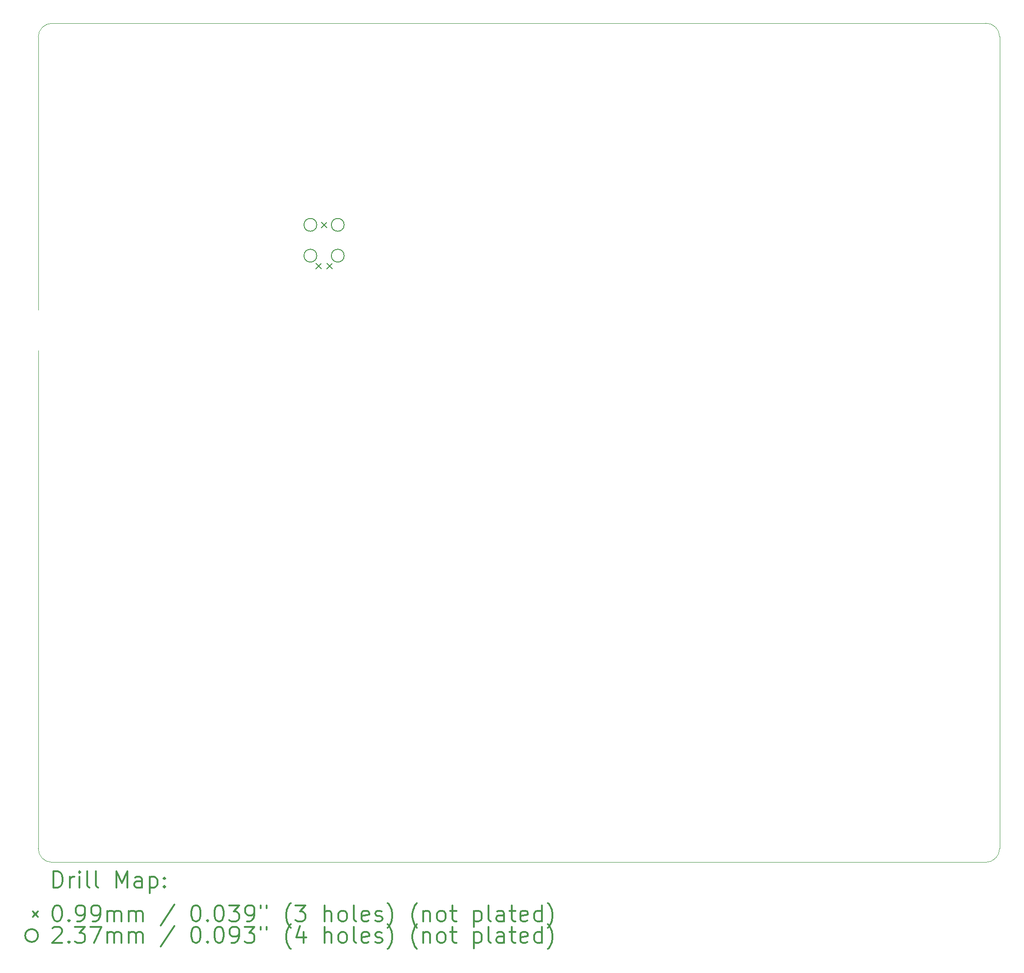
<source format=gbr>
%FSLAX45Y45*%
G04 Gerber Fmt 4.5, Leading zero omitted, Abs format (unit mm)*
G04 Created by KiCad (PCBNEW (5.1.9)-1) date 2021-06-08 08:06:19*
%MOMM*%
%LPD*%
G01*
G04 APERTURE LIST*
%TA.AperFunction,Profile*%
%ADD10C,0.038100*%
%TD*%
%TA.AperFunction,Profile*%
%ADD11C,0.050000*%
%TD*%
%ADD12C,0.200000*%
%ADD13C,0.300000*%
G04 APERTURE END LIST*
D10*
X6949440Y-22678390D02*
G75*
G03*
X7203440Y-22932390I254000J0D01*
G01*
X24521160Y-22932390D02*
G75*
G03*
X24777700Y-22675850I0J256540D01*
G01*
X24777659Y-7613530D02*
G75*
G03*
X24521160Y-7364730I-253959J-5200D01*
G01*
X7206100Y-7367284D02*
G75*
G03*
X6949440Y-7621270I-2660J-253986D01*
G01*
D11*
X6949440Y-13436600D02*
X6949440Y-22678390D01*
D10*
X6949440Y-13436600D02*
X6949220Y-13434410D01*
D11*
X6949220Y-12684410D02*
X6949440Y-7621270D01*
X24521160Y-22932390D02*
X7203440Y-22932390D01*
X24777659Y-7613530D02*
X24777713Y-22675850D01*
X7206100Y-7367284D02*
X24521160Y-7364730D01*
D12*
X12098120Y-11818620D02*
X12197180Y-11917680D01*
X12197180Y-11818620D02*
X12098120Y-11917680D01*
X12199620Y-11056620D02*
X12298680Y-11155680D01*
X12298680Y-11056620D02*
X12199620Y-11155680D01*
X12301120Y-11818620D02*
X12400180Y-11917680D01*
X12400180Y-11818620D02*
X12301120Y-11917680D01*
X12113895Y-11106150D02*
G75*
G03*
X12113895Y-11106150I-118745J0D01*
G01*
X12113895Y-11677650D02*
G75*
G03*
X12113895Y-11677650I-118745J0D01*
G01*
X12621895Y-11106150D02*
G75*
G03*
X12621895Y-11106150I-118745J0D01*
G01*
X12621895Y-11677650D02*
G75*
G03*
X12621895Y-11677650I-118745J0D01*
G01*
D13*
X7230648Y-23400604D02*
X7230648Y-23100604D01*
X7302077Y-23100604D01*
X7344934Y-23114890D01*
X7373506Y-23143461D01*
X7387791Y-23172033D01*
X7402077Y-23229176D01*
X7402077Y-23272033D01*
X7387791Y-23329176D01*
X7373506Y-23357747D01*
X7344934Y-23386319D01*
X7302077Y-23400604D01*
X7230648Y-23400604D01*
X7530648Y-23400604D02*
X7530648Y-23200604D01*
X7530648Y-23257747D02*
X7544934Y-23229176D01*
X7559220Y-23214890D01*
X7587791Y-23200604D01*
X7616363Y-23200604D01*
X7716363Y-23400604D02*
X7716363Y-23200604D01*
X7716363Y-23100604D02*
X7702077Y-23114890D01*
X7716363Y-23129176D01*
X7730648Y-23114890D01*
X7716363Y-23100604D01*
X7716363Y-23129176D01*
X7902077Y-23400604D02*
X7873506Y-23386319D01*
X7859220Y-23357747D01*
X7859220Y-23100604D01*
X8059220Y-23400604D02*
X8030648Y-23386319D01*
X8016363Y-23357747D01*
X8016363Y-23100604D01*
X8402077Y-23400604D02*
X8402077Y-23100604D01*
X8502077Y-23314890D01*
X8602077Y-23100604D01*
X8602077Y-23400604D01*
X8873506Y-23400604D02*
X8873506Y-23243461D01*
X8859220Y-23214890D01*
X8830648Y-23200604D01*
X8773506Y-23200604D01*
X8744934Y-23214890D01*
X8873506Y-23386319D02*
X8844934Y-23400604D01*
X8773506Y-23400604D01*
X8744934Y-23386319D01*
X8730648Y-23357747D01*
X8730648Y-23329176D01*
X8744934Y-23300604D01*
X8773506Y-23286319D01*
X8844934Y-23286319D01*
X8873506Y-23272033D01*
X9016363Y-23200604D02*
X9016363Y-23500604D01*
X9016363Y-23214890D02*
X9044934Y-23200604D01*
X9102077Y-23200604D01*
X9130648Y-23214890D01*
X9144934Y-23229176D01*
X9159220Y-23257747D01*
X9159220Y-23343461D01*
X9144934Y-23372033D01*
X9130648Y-23386319D01*
X9102077Y-23400604D01*
X9044934Y-23400604D01*
X9016363Y-23386319D01*
X9287791Y-23372033D02*
X9302077Y-23386319D01*
X9287791Y-23400604D01*
X9273506Y-23386319D01*
X9287791Y-23372033D01*
X9287791Y-23400604D01*
X9287791Y-23214890D02*
X9302077Y-23229176D01*
X9287791Y-23243461D01*
X9273506Y-23229176D01*
X9287791Y-23214890D01*
X9287791Y-23243461D01*
X6845160Y-23845360D02*
X6944220Y-23944420D01*
X6944220Y-23845360D02*
X6845160Y-23944420D01*
X7287791Y-23730604D02*
X7316363Y-23730604D01*
X7344934Y-23744890D01*
X7359220Y-23759176D01*
X7373506Y-23787747D01*
X7387791Y-23844890D01*
X7387791Y-23916319D01*
X7373506Y-23973461D01*
X7359220Y-24002033D01*
X7344934Y-24016319D01*
X7316363Y-24030604D01*
X7287791Y-24030604D01*
X7259220Y-24016319D01*
X7244934Y-24002033D01*
X7230648Y-23973461D01*
X7216363Y-23916319D01*
X7216363Y-23844890D01*
X7230648Y-23787747D01*
X7244934Y-23759176D01*
X7259220Y-23744890D01*
X7287791Y-23730604D01*
X7516363Y-24002033D02*
X7530648Y-24016319D01*
X7516363Y-24030604D01*
X7502077Y-24016319D01*
X7516363Y-24002033D01*
X7516363Y-24030604D01*
X7673506Y-24030604D02*
X7730648Y-24030604D01*
X7759220Y-24016319D01*
X7773506Y-24002033D01*
X7802077Y-23959176D01*
X7816363Y-23902033D01*
X7816363Y-23787747D01*
X7802077Y-23759176D01*
X7787791Y-23744890D01*
X7759220Y-23730604D01*
X7702077Y-23730604D01*
X7673506Y-23744890D01*
X7659220Y-23759176D01*
X7644934Y-23787747D01*
X7644934Y-23859176D01*
X7659220Y-23887747D01*
X7673506Y-23902033D01*
X7702077Y-23916319D01*
X7759220Y-23916319D01*
X7787791Y-23902033D01*
X7802077Y-23887747D01*
X7816363Y-23859176D01*
X7959220Y-24030604D02*
X8016363Y-24030604D01*
X8044934Y-24016319D01*
X8059220Y-24002033D01*
X8087791Y-23959176D01*
X8102077Y-23902033D01*
X8102077Y-23787747D01*
X8087791Y-23759176D01*
X8073506Y-23744890D01*
X8044934Y-23730604D01*
X7987791Y-23730604D01*
X7959220Y-23744890D01*
X7944934Y-23759176D01*
X7930648Y-23787747D01*
X7930648Y-23859176D01*
X7944934Y-23887747D01*
X7959220Y-23902033D01*
X7987791Y-23916319D01*
X8044934Y-23916319D01*
X8073506Y-23902033D01*
X8087791Y-23887747D01*
X8102077Y-23859176D01*
X8230648Y-24030604D02*
X8230648Y-23830604D01*
X8230648Y-23859176D02*
X8244934Y-23844890D01*
X8273506Y-23830604D01*
X8316363Y-23830604D01*
X8344934Y-23844890D01*
X8359220Y-23873461D01*
X8359220Y-24030604D01*
X8359220Y-23873461D02*
X8373506Y-23844890D01*
X8402077Y-23830604D01*
X8444934Y-23830604D01*
X8473506Y-23844890D01*
X8487791Y-23873461D01*
X8487791Y-24030604D01*
X8630648Y-24030604D02*
X8630648Y-23830604D01*
X8630648Y-23859176D02*
X8644934Y-23844890D01*
X8673506Y-23830604D01*
X8716363Y-23830604D01*
X8744934Y-23844890D01*
X8759220Y-23873461D01*
X8759220Y-24030604D01*
X8759220Y-23873461D02*
X8773506Y-23844890D01*
X8802077Y-23830604D01*
X8844934Y-23830604D01*
X8873506Y-23844890D01*
X8887791Y-23873461D01*
X8887791Y-24030604D01*
X9473506Y-23716319D02*
X9216363Y-24102033D01*
X9859220Y-23730604D02*
X9887791Y-23730604D01*
X9916363Y-23744890D01*
X9930648Y-23759176D01*
X9944934Y-23787747D01*
X9959220Y-23844890D01*
X9959220Y-23916319D01*
X9944934Y-23973461D01*
X9930648Y-24002033D01*
X9916363Y-24016319D01*
X9887791Y-24030604D01*
X9859220Y-24030604D01*
X9830648Y-24016319D01*
X9816363Y-24002033D01*
X9802077Y-23973461D01*
X9787791Y-23916319D01*
X9787791Y-23844890D01*
X9802077Y-23787747D01*
X9816363Y-23759176D01*
X9830648Y-23744890D01*
X9859220Y-23730604D01*
X10087791Y-24002033D02*
X10102077Y-24016319D01*
X10087791Y-24030604D01*
X10073506Y-24016319D01*
X10087791Y-24002033D01*
X10087791Y-24030604D01*
X10287791Y-23730604D02*
X10316363Y-23730604D01*
X10344934Y-23744890D01*
X10359220Y-23759176D01*
X10373506Y-23787747D01*
X10387791Y-23844890D01*
X10387791Y-23916319D01*
X10373506Y-23973461D01*
X10359220Y-24002033D01*
X10344934Y-24016319D01*
X10316363Y-24030604D01*
X10287791Y-24030604D01*
X10259220Y-24016319D01*
X10244934Y-24002033D01*
X10230648Y-23973461D01*
X10216363Y-23916319D01*
X10216363Y-23844890D01*
X10230648Y-23787747D01*
X10244934Y-23759176D01*
X10259220Y-23744890D01*
X10287791Y-23730604D01*
X10487791Y-23730604D02*
X10673506Y-23730604D01*
X10573506Y-23844890D01*
X10616363Y-23844890D01*
X10644934Y-23859176D01*
X10659220Y-23873461D01*
X10673506Y-23902033D01*
X10673506Y-23973461D01*
X10659220Y-24002033D01*
X10644934Y-24016319D01*
X10616363Y-24030604D01*
X10530648Y-24030604D01*
X10502077Y-24016319D01*
X10487791Y-24002033D01*
X10816363Y-24030604D02*
X10873506Y-24030604D01*
X10902077Y-24016319D01*
X10916363Y-24002033D01*
X10944934Y-23959176D01*
X10959220Y-23902033D01*
X10959220Y-23787747D01*
X10944934Y-23759176D01*
X10930648Y-23744890D01*
X10902077Y-23730604D01*
X10844934Y-23730604D01*
X10816363Y-23744890D01*
X10802077Y-23759176D01*
X10787791Y-23787747D01*
X10787791Y-23859176D01*
X10802077Y-23887747D01*
X10816363Y-23902033D01*
X10844934Y-23916319D01*
X10902077Y-23916319D01*
X10930648Y-23902033D01*
X10944934Y-23887747D01*
X10959220Y-23859176D01*
X11073506Y-23730604D02*
X11073506Y-23787747D01*
X11187791Y-23730604D02*
X11187791Y-23787747D01*
X11630648Y-24144890D02*
X11616363Y-24130604D01*
X11587791Y-24087747D01*
X11573506Y-24059176D01*
X11559220Y-24016319D01*
X11544934Y-23944890D01*
X11544934Y-23887747D01*
X11559220Y-23816319D01*
X11573506Y-23773461D01*
X11587791Y-23744890D01*
X11616363Y-23702033D01*
X11630648Y-23687747D01*
X11716363Y-23730604D02*
X11902077Y-23730604D01*
X11802077Y-23844890D01*
X11844934Y-23844890D01*
X11873506Y-23859176D01*
X11887791Y-23873461D01*
X11902077Y-23902033D01*
X11902077Y-23973461D01*
X11887791Y-24002033D01*
X11873506Y-24016319D01*
X11844934Y-24030604D01*
X11759220Y-24030604D01*
X11730648Y-24016319D01*
X11716363Y-24002033D01*
X12259220Y-24030604D02*
X12259220Y-23730604D01*
X12387791Y-24030604D02*
X12387791Y-23873461D01*
X12373506Y-23844890D01*
X12344934Y-23830604D01*
X12302077Y-23830604D01*
X12273506Y-23844890D01*
X12259220Y-23859176D01*
X12573506Y-24030604D02*
X12544934Y-24016319D01*
X12530648Y-24002033D01*
X12516363Y-23973461D01*
X12516363Y-23887747D01*
X12530648Y-23859176D01*
X12544934Y-23844890D01*
X12573506Y-23830604D01*
X12616363Y-23830604D01*
X12644934Y-23844890D01*
X12659220Y-23859176D01*
X12673506Y-23887747D01*
X12673506Y-23973461D01*
X12659220Y-24002033D01*
X12644934Y-24016319D01*
X12616363Y-24030604D01*
X12573506Y-24030604D01*
X12844934Y-24030604D02*
X12816363Y-24016319D01*
X12802077Y-23987747D01*
X12802077Y-23730604D01*
X13073506Y-24016319D02*
X13044934Y-24030604D01*
X12987791Y-24030604D01*
X12959220Y-24016319D01*
X12944934Y-23987747D01*
X12944934Y-23873461D01*
X12959220Y-23844890D01*
X12987791Y-23830604D01*
X13044934Y-23830604D01*
X13073506Y-23844890D01*
X13087791Y-23873461D01*
X13087791Y-23902033D01*
X12944934Y-23930604D01*
X13202077Y-24016319D02*
X13230648Y-24030604D01*
X13287791Y-24030604D01*
X13316363Y-24016319D01*
X13330648Y-23987747D01*
X13330648Y-23973461D01*
X13316363Y-23944890D01*
X13287791Y-23930604D01*
X13244934Y-23930604D01*
X13216363Y-23916319D01*
X13202077Y-23887747D01*
X13202077Y-23873461D01*
X13216363Y-23844890D01*
X13244934Y-23830604D01*
X13287791Y-23830604D01*
X13316363Y-23844890D01*
X13430648Y-24144890D02*
X13444934Y-24130604D01*
X13473506Y-24087747D01*
X13487791Y-24059176D01*
X13502077Y-24016319D01*
X13516363Y-23944890D01*
X13516363Y-23887747D01*
X13502077Y-23816319D01*
X13487791Y-23773461D01*
X13473506Y-23744890D01*
X13444934Y-23702033D01*
X13430648Y-23687747D01*
X13973506Y-24144890D02*
X13959220Y-24130604D01*
X13930648Y-24087747D01*
X13916363Y-24059176D01*
X13902077Y-24016319D01*
X13887791Y-23944890D01*
X13887791Y-23887747D01*
X13902077Y-23816319D01*
X13916363Y-23773461D01*
X13930648Y-23744890D01*
X13959220Y-23702033D01*
X13973506Y-23687747D01*
X14087791Y-23830604D02*
X14087791Y-24030604D01*
X14087791Y-23859176D02*
X14102077Y-23844890D01*
X14130648Y-23830604D01*
X14173506Y-23830604D01*
X14202077Y-23844890D01*
X14216363Y-23873461D01*
X14216363Y-24030604D01*
X14402077Y-24030604D02*
X14373506Y-24016319D01*
X14359220Y-24002033D01*
X14344934Y-23973461D01*
X14344934Y-23887747D01*
X14359220Y-23859176D01*
X14373506Y-23844890D01*
X14402077Y-23830604D01*
X14444934Y-23830604D01*
X14473506Y-23844890D01*
X14487791Y-23859176D01*
X14502077Y-23887747D01*
X14502077Y-23973461D01*
X14487791Y-24002033D01*
X14473506Y-24016319D01*
X14444934Y-24030604D01*
X14402077Y-24030604D01*
X14587791Y-23830604D02*
X14702077Y-23830604D01*
X14630648Y-23730604D02*
X14630648Y-23987747D01*
X14644934Y-24016319D01*
X14673506Y-24030604D01*
X14702077Y-24030604D01*
X15030648Y-23830604D02*
X15030648Y-24130604D01*
X15030648Y-23844890D02*
X15059220Y-23830604D01*
X15116363Y-23830604D01*
X15144934Y-23844890D01*
X15159220Y-23859176D01*
X15173506Y-23887747D01*
X15173506Y-23973461D01*
X15159220Y-24002033D01*
X15144934Y-24016319D01*
X15116363Y-24030604D01*
X15059220Y-24030604D01*
X15030648Y-24016319D01*
X15344934Y-24030604D02*
X15316363Y-24016319D01*
X15302077Y-23987747D01*
X15302077Y-23730604D01*
X15587791Y-24030604D02*
X15587791Y-23873461D01*
X15573506Y-23844890D01*
X15544934Y-23830604D01*
X15487791Y-23830604D01*
X15459220Y-23844890D01*
X15587791Y-24016319D02*
X15559220Y-24030604D01*
X15487791Y-24030604D01*
X15459220Y-24016319D01*
X15444934Y-23987747D01*
X15444934Y-23959176D01*
X15459220Y-23930604D01*
X15487791Y-23916319D01*
X15559220Y-23916319D01*
X15587791Y-23902033D01*
X15687791Y-23830604D02*
X15802077Y-23830604D01*
X15730648Y-23730604D02*
X15730648Y-23987747D01*
X15744934Y-24016319D01*
X15773506Y-24030604D01*
X15802077Y-24030604D01*
X16016363Y-24016319D02*
X15987791Y-24030604D01*
X15930648Y-24030604D01*
X15902077Y-24016319D01*
X15887791Y-23987747D01*
X15887791Y-23873461D01*
X15902077Y-23844890D01*
X15930648Y-23830604D01*
X15987791Y-23830604D01*
X16016363Y-23844890D01*
X16030648Y-23873461D01*
X16030648Y-23902033D01*
X15887791Y-23930604D01*
X16287791Y-24030604D02*
X16287791Y-23730604D01*
X16287791Y-24016319D02*
X16259220Y-24030604D01*
X16202077Y-24030604D01*
X16173506Y-24016319D01*
X16159220Y-24002033D01*
X16144934Y-23973461D01*
X16144934Y-23887747D01*
X16159220Y-23859176D01*
X16173506Y-23844890D01*
X16202077Y-23830604D01*
X16259220Y-23830604D01*
X16287791Y-23844890D01*
X16402077Y-24144890D02*
X16416363Y-24130604D01*
X16444934Y-24087747D01*
X16459220Y-24059176D01*
X16473506Y-24016319D01*
X16487791Y-23944890D01*
X16487791Y-23887747D01*
X16473506Y-23816319D01*
X16459220Y-23773461D01*
X16444934Y-23744890D01*
X16416363Y-23702033D01*
X16402077Y-23687747D01*
X6944220Y-24290890D02*
G75*
G03*
X6944220Y-24290890I-118745J0D01*
G01*
X7216363Y-24155176D02*
X7230648Y-24140890D01*
X7259220Y-24126604D01*
X7330648Y-24126604D01*
X7359220Y-24140890D01*
X7373506Y-24155176D01*
X7387791Y-24183747D01*
X7387791Y-24212319D01*
X7373506Y-24255176D01*
X7202077Y-24426604D01*
X7387791Y-24426604D01*
X7516363Y-24398033D02*
X7530648Y-24412319D01*
X7516363Y-24426604D01*
X7502077Y-24412319D01*
X7516363Y-24398033D01*
X7516363Y-24426604D01*
X7630648Y-24126604D02*
X7816363Y-24126604D01*
X7716363Y-24240890D01*
X7759220Y-24240890D01*
X7787791Y-24255176D01*
X7802077Y-24269461D01*
X7816363Y-24298033D01*
X7816363Y-24369461D01*
X7802077Y-24398033D01*
X7787791Y-24412319D01*
X7759220Y-24426604D01*
X7673506Y-24426604D01*
X7644934Y-24412319D01*
X7630648Y-24398033D01*
X7916363Y-24126604D02*
X8116363Y-24126604D01*
X7987791Y-24426604D01*
X8230648Y-24426604D02*
X8230648Y-24226604D01*
X8230648Y-24255176D02*
X8244934Y-24240890D01*
X8273506Y-24226604D01*
X8316363Y-24226604D01*
X8344934Y-24240890D01*
X8359220Y-24269461D01*
X8359220Y-24426604D01*
X8359220Y-24269461D02*
X8373506Y-24240890D01*
X8402077Y-24226604D01*
X8444934Y-24226604D01*
X8473506Y-24240890D01*
X8487791Y-24269461D01*
X8487791Y-24426604D01*
X8630648Y-24426604D02*
X8630648Y-24226604D01*
X8630648Y-24255176D02*
X8644934Y-24240890D01*
X8673506Y-24226604D01*
X8716363Y-24226604D01*
X8744934Y-24240890D01*
X8759220Y-24269461D01*
X8759220Y-24426604D01*
X8759220Y-24269461D02*
X8773506Y-24240890D01*
X8802077Y-24226604D01*
X8844934Y-24226604D01*
X8873506Y-24240890D01*
X8887791Y-24269461D01*
X8887791Y-24426604D01*
X9473506Y-24112319D02*
X9216363Y-24498033D01*
X9859220Y-24126604D02*
X9887791Y-24126604D01*
X9916363Y-24140890D01*
X9930648Y-24155176D01*
X9944934Y-24183747D01*
X9959220Y-24240890D01*
X9959220Y-24312319D01*
X9944934Y-24369461D01*
X9930648Y-24398033D01*
X9916363Y-24412319D01*
X9887791Y-24426604D01*
X9859220Y-24426604D01*
X9830648Y-24412319D01*
X9816363Y-24398033D01*
X9802077Y-24369461D01*
X9787791Y-24312319D01*
X9787791Y-24240890D01*
X9802077Y-24183747D01*
X9816363Y-24155176D01*
X9830648Y-24140890D01*
X9859220Y-24126604D01*
X10087791Y-24398033D02*
X10102077Y-24412319D01*
X10087791Y-24426604D01*
X10073506Y-24412319D01*
X10087791Y-24398033D01*
X10087791Y-24426604D01*
X10287791Y-24126604D02*
X10316363Y-24126604D01*
X10344934Y-24140890D01*
X10359220Y-24155176D01*
X10373506Y-24183747D01*
X10387791Y-24240890D01*
X10387791Y-24312319D01*
X10373506Y-24369461D01*
X10359220Y-24398033D01*
X10344934Y-24412319D01*
X10316363Y-24426604D01*
X10287791Y-24426604D01*
X10259220Y-24412319D01*
X10244934Y-24398033D01*
X10230648Y-24369461D01*
X10216363Y-24312319D01*
X10216363Y-24240890D01*
X10230648Y-24183747D01*
X10244934Y-24155176D01*
X10259220Y-24140890D01*
X10287791Y-24126604D01*
X10530648Y-24426604D02*
X10587791Y-24426604D01*
X10616363Y-24412319D01*
X10630648Y-24398033D01*
X10659220Y-24355176D01*
X10673506Y-24298033D01*
X10673506Y-24183747D01*
X10659220Y-24155176D01*
X10644934Y-24140890D01*
X10616363Y-24126604D01*
X10559220Y-24126604D01*
X10530648Y-24140890D01*
X10516363Y-24155176D01*
X10502077Y-24183747D01*
X10502077Y-24255176D01*
X10516363Y-24283747D01*
X10530648Y-24298033D01*
X10559220Y-24312319D01*
X10616363Y-24312319D01*
X10644934Y-24298033D01*
X10659220Y-24283747D01*
X10673506Y-24255176D01*
X10773506Y-24126604D02*
X10959220Y-24126604D01*
X10859220Y-24240890D01*
X10902077Y-24240890D01*
X10930648Y-24255176D01*
X10944934Y-24269461D01*
X10959220Y-24298033D01*
X10959220Y-24369461D01*
X10944934Y-24398033D01*
X10930648Y-24412319D01*
X10902077Y-24426604D01*
X10816363Y-24426604D01*
X10787791Y-24412319D01*
X10773506Y-24398033D01*
X11073506Y-24126604D02*
X11073506Y-24183747D01*
X11187791Y-24126604D02*
X11187791Y-24183747D01*
X11630648Y-24540890D02*
X11616363Y-24526604D01*
X11587791Y-24483747D01*
X11573506Y-24455176D01*
X11559220Y-24412319D01*
X11544934Y-24340890D01*
X11544934Y-24283747D01*
X11559220Y-24212319D01*
X11573506Y-24169461D01*
X11587791Y-24140890D01*
X11616363Y-24098033D01*
X11630648Y-24083747D01*
X11873506Y-24226604D02*
X11873506Y-24426604D01*
X11802077Y-24112319D02*
X11730648Y-24326604D01*
X11916363Y-24326604D01*
X12259220Y-24426604D02*
X12259220Y-24126604D01*
X12387791Y-24426604D02*
X12387791Y-24269461D01*
X12373506Y-24240890D01*
X12344934Y-24226604D01*
X12302077Y-24226604D01*
X12273506Y-24240890D01*
X12259220Y-24255176D01*
X12573506Y-24426604D02*
X12544934Y-24412319D01*
X12530648Y-24398033D01*
X12516363Y-24369461D01*
X12516363Y-24283747D01*
X12530648Y-24255176D01*
X12544934Y-24240890D01*
X12573506Y-24226604D01*
X12616363Y-24226604D01*
X12644934Y-24240890D01*
X12659220Y-24255176D01*
X12673506Y-24283747D01*
X12673506Y-24369461D01*
X12659220Y-24398033D01*
X12644934Y-24412319D01*
X12616363Y-24426604D01*
X12573506Y-24426604D01*
X12844934Y-24426604D02*
X12816363Y-24412319D01*
X12802077Y-24383747D01*
X12802077Y-24126604D01*
X13073506Y-24412319D02*
X13044934Y-24426604D01*
X12987791Y-24426604D01*
X12959220Y-24412319D01*
X12944934Y-24383747D01*
X12944934Y-24269461D01*
X12959220Y-24240890D01*
X12987791Y-24226604D01*
X13044934Y-24226604D01*
X13073506Y-24240890D01*
X13087791Y-24269461D01*
X13087791Y-24298033D01*
X12944934Y-24326604D01*
X13202077Y-24412319D02*
X13230648Y-24426604D01*
X13287791Y-24426604D01*
X13316363Y-24412319D01*
X13330648Y-24383747D01*
X13330648Y-24369461D01*
X13316363Y-24340890D01*
X13287791Y-24326604D01*
X13244934Y-24326604D01*
X13216363Y-24312319D01*
X13202077Y-24283747D01*
X13202077Y-24269461D01*
X13216363Y-24240890D01*
X13244934Y-24226604D01*
X13287791Y-24226604D01*
X13316363Y-24240890D01*
X13430648Y-24540890D02*
X13444934Y-24526604D01*
X13473506Y-24483747D01*
X13487791Y-24455176D01*
X13502077Y-24412319D01*
X13516363Y-24340890D01*
X13516363Y-24283747D01*
X13502077Y-24212319D01*
X13487791Y-24169461D01*
X13473506Y-24140890D01*
X13444934Y-24098033D01*
X13430648Y-24083747D01*
X13973506Y-24540890D02*
X13959220Y-24526604D01*
X13930648Y-24483747D01*
X13916363Y-24455176D01*
X13902077Y-24412319D01*
X13887791Y-24340890D01*
X13887791Y-24283747D01*
X13902077Y-24212319D01*
X13916363Y-24169461D01*
X13930648Y-24140890D01*
X13959220Y-24098033D01*
X13973506Y-24083747D01*
X14087791Y-24226604D02*
X14087791Y-24426604D01*
X14087791Y-24255176D02*
X14102077Y-24240890D01*
X14130648Y-24226604D01*
X14173506Y-24226604D01*
X14202077Y-24240890D01*
X14216363Y-24269461D01*
X14216363Y-24426604D01*
X14402077Y-24426604D02*
X14373506Y-24412319D01*
X14359220Y-24398033D01*
X14344934Y-24369461D01*
X14344934Y-24283747D01*
X14359220Y-24255176D01*
X14373506Y-24240890D01*
X14402077Y-24226604D01*
X14444934Y-24226604D01*
X14473506Y-24240890D01*
X14487791Y-24255176D01*
X14502077Y-24283747D01*
X14502077Y-24369461D01*
X14487791Y-24398033D01*
X14473506Y-24412319D01*
X14444934Y-24426604D01*
X14402077Y-24426604D01*
X14587791Y-24226604D02*
X14702077Y-24226604D01*
X14630648Y-24126604D02*
X14630648Y-24383747D01*
X14644934Y-24412319D01*
X14673506Y-24426604D01*
X14702077Y-24426604D01*
X15030648Y-24226604D02*
X15030648Y-24526604D01*
X15030648Y-24240890D02*
X15059220Y-24226604D01*
X15116363Y-24226604D01*
X15144934Y-24240890D01*
X15159220Y-24255176D01*
X15173506Y-24283747D01*
X15173506Y-24369461D01*
X15159220Y-24398033D01*
X15144934Y-24412319D01*
X15116363Y-24426604D01*
X15059220Y-24426604D01*
X15030648Y-24412319D01*
X15344934Y-24426604D02*
X15316363Y-24412319D01*
X15302077Y-24383747D01*
X15302077Y-24126604D01*
X15587791Y-24426604D02*
X15587791Y-24269461D01*
X15573506Y-24240890D01*
X15544934Y-24226604D01*
X15487791Y-24226604D01*
X15459220Y-24240890D01*
X15587791Y-24412319D02*
X15559220Y-24426604D01*
X15487791Y-24426604D01*
X15459220Y-24412319D01*
X15444934Y-24383747D01*
X15444934Y-24355176D01*
X15459220Y-24326604D01*
X15487791Y-24312319D01*
X15559220Y-24312319D01*
X15587791Y-24298033D01*
X15687791Y-24226604D02*
X15802077Y-24226604D01*
X15730648Y-24126604D02*
X15730648Y-24383747D01*
X15744934Y-24412319D01*
X15773506Y-24426604D01*
X15802077Y-24426604D01*
X16016363Y-24412319D02*
X15987791Y-24426604D01*
X15930648Y-24426604D01*
X15902077Y-24412319D01*
X15887791Y-24383747D01*
X15887791Y-24269461D01*
X15902077Y-24240890D01*
X15930648Y-24226604D01*
X15987791Y-24226604D01*
X16016363Y-24240890D01*
X16030648Y-24269461D01*
X16030648Y-24298033D01*
X15887791Y-24326604D01*
X16287791Y-24426604D02*
X16287791Y-24126604D01*
X16287791Y-24412319D02*
X16259220Y-24426604D01*
X16202077Y-24426604D01*
X16173506Y-24412319D01*
X16159220Y-24398033D01*
X16144934Y-24369461D01*
X16144934Y-24283747D01*
X16159220Y-24255176D01*
X16173506Y-24240890D01*
X16202077Y-24226604D01*
X16259220Y-24226604D01*
X16287791Y-24240890D01*
X16402077Y-24540890D02*
X16416363Y-24526604D01*
X16444934Y-24483747D01*
X16459220Y-24455176D01*
X16473506Y-24412319D01*
X16487791Y-24340890D01*
X16487791Y-24283747D01*
X16473506Y-24212319D01*
X16459220Y-24169461D01*
X16444934Y-24140890D01*
X16416363Y-24098033D01*
X16402077Y-24083747D01*
M02*

</source>
